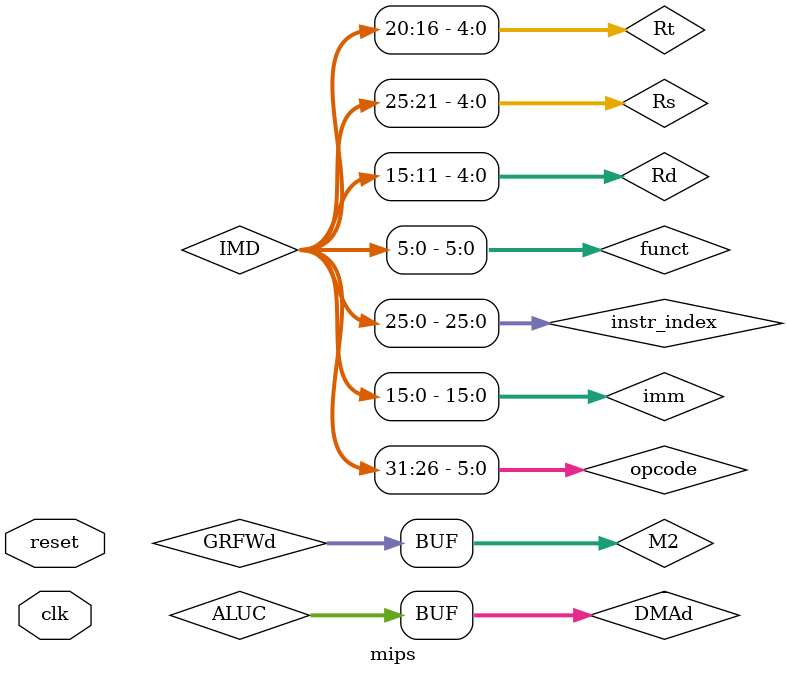
<source format=v>
`include "ALU.v"
`include "Controller.v"
`include "DM.v"
`include "EXT.v"
`include "GRF.v"
`include "IM.v"
`include "NPC.v"
`include "PC.v"
`timescale 1ns / 1ps
`define M1RT 2'b00
`define M1RD 2'b01
`define M1RA 2'b10
//M2
`define M2ALU 2'b00 
`define M2DM 2'b01
`define M2EXT 2'b10
`define M2PC4 2'b11
//M3
`define M3RT 1'b0
`define M3EXT 1'b1

module mips(
    input clk,
    input reset
    );
    
    wire [31:0] Pc, Npc;

    PC _PC(
        .Npc  (Npc),
        .Pc   (Pc),
        .Clk  (clk),
        .Reset(reset)
        );

    wire zero;
    wire [15:0] imm;
    wire [25:0] instr_index;
    wire [31:0] Ra, Pc4;
    wire [1:0] NPCOp;

    NPC _NPC(
        .Npc         (Npc),
        .Pc          (Pc),
        .zero        (zero),
        .imm         (imm),
        .instr_index (instr_index),
        .Ra          (Ra),
        .NPCOp       (NPCOp),
        .Pc4         (Pc4)
        );

    wire [12:0] IMA;
    wire [31:0] IMD;

    assign IMA = Pc[14:2];
    assign instr_index = IMD[25:0];
    assign imm = IMD[15:0];

    IM _IM(
        .A(IMA),
        .D(IMD)
        );

    wire [4:0] Rs, Rt, Wt;
    wire [31:0] GRFWd, Rd1, Rd2;
    wire GRFWr;

    assign Rs = IMD[25:21];
    assign Rt = IMD[20:16];
    assign Ra = Rd1;

    GRF _GRF(
        .Clk  (clk),
        .Reset(reset),
        .Rs   (Rs),
        .Rt   (Rt),
        .Wt   (Wt),
        .Wd   (GRFWd),
        .Wr   (GRFWr),
        .Rd1  (Rd1),
        .Rd2  (Rd2),
        .Pc   (Pc)
        );

    wire [31:0] ALUA, ALUB, ALUC;
    wire [1:0] ALUOp;

    assign ALUA = Rd1;

    ALU _ALU(
        .zero (zero),
        .A    (ALUA),
        .B    (ALUB),
        .ALUOp(ALUOp),
        .C    (ALUC)
        );

    wire [31:0] DMWd, DMAd, DMRd;
    wire DMWr;

    assign DMWd = Rd2;
    assign DMAd = ALUC;

    DM _DM(
        .Clk  (clk),
        .Reset(reset),
        .Wd   (DMWd),
        .Wr   (DMWr),
        .Ad   (DMAd),
        .Rd   (DMRd),
        .Pc   (Pc)
        );

    wire [1:0] EXTOp;
    wire [31:0] EXTout;

    EXT _EXT(
        .imm  (imm),
        .EXTOp(EXTOp),
        .out  (EXTout)
        );

    //M1
    wire [4:0] M1, Rd;
    wire [1:0] M1Sel;

    assign Rd = IMD[15:11];
    assign Wt = M1;
    assign M1 = (M1Sel == `M1RT)? Rt:
                (M1Sel == `M1RD)? Rd:
                (M1Sel == `M1RA)? 5'd31:
                5'b0;

    //M2
    wire [31:0] M2;
    wire [1:0] M2Sel;

    assign GRFWd = M2;
    assign M2 = (M2Sel == `M2ALU)? ALUC:
                (M2Sel == `M2DM)? DMRd:
                (M2Sel == `M2EXT)? EXTout:
                (M2Sel == `M2PC4)? Pc4:
                31'b0;

    //M3
    wire [31:0] M3;
    wire M3Sel;

    assign ALUB = M3;
    assign M3 = (M3Sel == `M3RT)? Rd2:
                (M3Sel == `M3EXT)? EXTout:
                1'b0; 

    wire [5:0] opcode, funct;

    assign opcode = IMD[31:26];
    assign funct = IMD[5:0];

    Controller CLT(
        .ALUOp (ALUOp),
        .EXTOp (EXTOp),
        .NPCOp (NPCOp),
        .M3Sel (M3Sel),
        .M2Sel (M2Sel),
        .M1Sel (M1Sel),
        .DMWr  (DMWr),
        .GRFWr (GRFWr),
        .opcode(opcode),
        .funct (funct)
        );

endmodule

</source>
